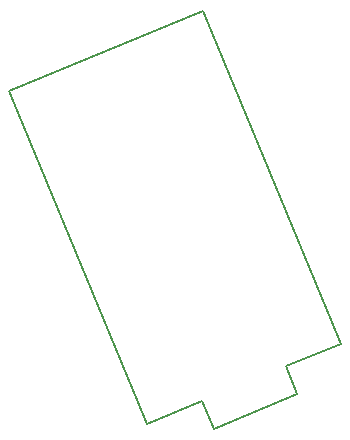
<source format=gbr>
G04 #@! TF.GenerationSoftware,KiCad,Pcbnew,(5.1.5)-3*
G04 #@! TF.CreationDate,2020-04-20T09:44:32-04:00*
G04 #@! TF.ProjectId,OctoPad,4f63746f-5061-4642-9e6b-696361645f70,rev?*
G04 #@! TF.SameCoordinates,Original*
G04 #@! TF.FileFunction,Legend,Bot*
G04 #@! TF.FilePolarity,Positive*
%FSLAX46Y46*%
G04 Gerber Fmt 4.6, Leading zero omitted, Abs format (unit mm)*
G04 Created by KiCad (PCBNEW (5.1.5)-3) date 2020-04-20 09:44:32*
%MOMM*%
%LPD*%
G04 APERTURE LIST*
%ADD10C,0.150000*%
G04 APERTURE END LIST*
D10*
X161924944Y-96818020D02*
X145498365Y-103622132D01*
X173589135Y-124977868D02*
X161924944Y-96818020D01*
X168895827Y-126921900D02*
X173589135Y-124977868D01*
X169867842Y-129268554D02*
X168895827Y-126921900D01*
X162827880Y-132184602D02*
X169867842Y-129268554D01*
X161855864Y-129837948D02*
X162827880Y-132184602D01*
X157162556Y-131781980D02*
X161855864Y-129837948D01*
X157162556Y-131781980D02*
X145498365Y-103622132D01*
M02*

</source>
